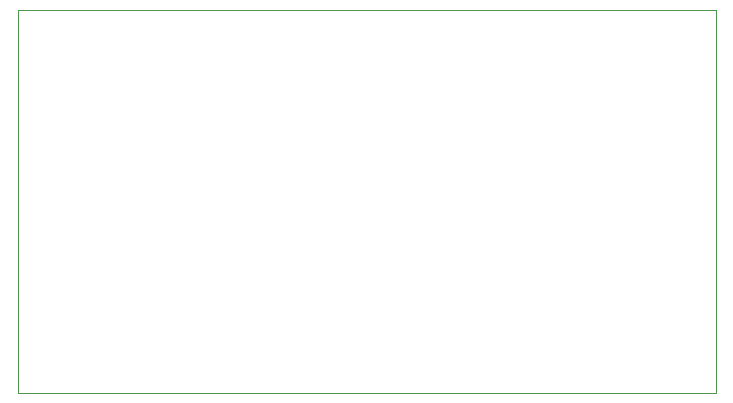
<source format=gm1>
G04 #@! TF.FileFunction,Profile,NP*
%FSLAX46Y46*%
G04 Gerber Fmt 4.6, Leading zero omitted, Abs format (unit mm)*
G04 Created by KiCad (PCBNEW 4.0.1-stable) date 2016-06-28 03:14:43*
%MOMM*%
G01*
G04 APERTURE LIST*
%ADD10C,0.100000*%
G04 APERTURE END LIST*
D10*
X167195500Y-121729500D02*
X167195500Y-89344500D01*
X108140500Y-121729500D02*
X167195500Y-121729500D01*
X108140500Y-120459500D02*
X108140500Y-121729500D01*
X108140500Y-119824500D02*
X108140500Y-120459500D01*
X108140500Y-89344500D02*
X108140500Y-119824500D01*
X108775500Y-89344500D02*
X108140500Y-89344500D01*
X167195500Y-89344500D02*
X108775500Y-89344500D01*
M02*

</source>
